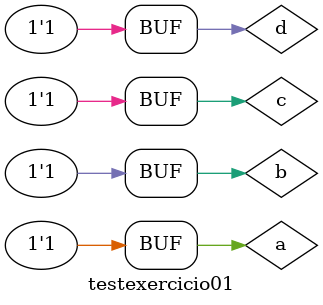
<source format=v>



module exercicio01 (s, a, b, c, d);

input a, b, c, d;
output s;

and AND1 (s1, ~a, c);
and AND2 (s2, ~b, c);
and AND3 (s3, a, b, ~d);
or OR1 (s, s1, s2, s3);

endmodule

//--------------------------------
//------ TESTE DO EXERCICIO 01
//--------------------------------

module testexercicio01;

reg a, b, c, d;
wire s;

exercicio01 EX1 (s, a, b, c, d);


initial begin

$display ("Bruno Santiago Pinheiro");
$display ("Matricula: 405792");
$display ("Simplificacao do circuito dado no exercicio01 guia08");
$display ("a b c d = s");

#1 a=0; b=0; c=0; d=0;

$monitor ("%b %b %b %b = %b",a, b, c, d, s);

#1 a=0; b=0; c=0; d=1;
#1 a=0; b=0; c=1; d=0;
#1 a=0; b=0; c=1; d=1;
#1 a=0; b=1; c=0; d=0;
#1 a=0; b=1; c=0; d=1;
#1 a=0; b=1; c=1; d=0;
#1 a=0; b=1; c=1; d=1;
#1 a=1; b=0; c=0; d=0;
#1 a=1; b=0; c=0; d=1;
#1 a=1; b=0; c=1; d=0;
#1 a=1; b=0; c=1; d=1;
#1 a=1; b=1; c=0; d=0;
#1 a=1; b=1; c=0; d=1;
#1 a=1; b=1; c=1; d=0;
#1 a=1; b=1; c=1; d=1;



end
endmodule

//-- Exercicio feito no ConTEXT, não consegui copiar o teste feito.


</source>
